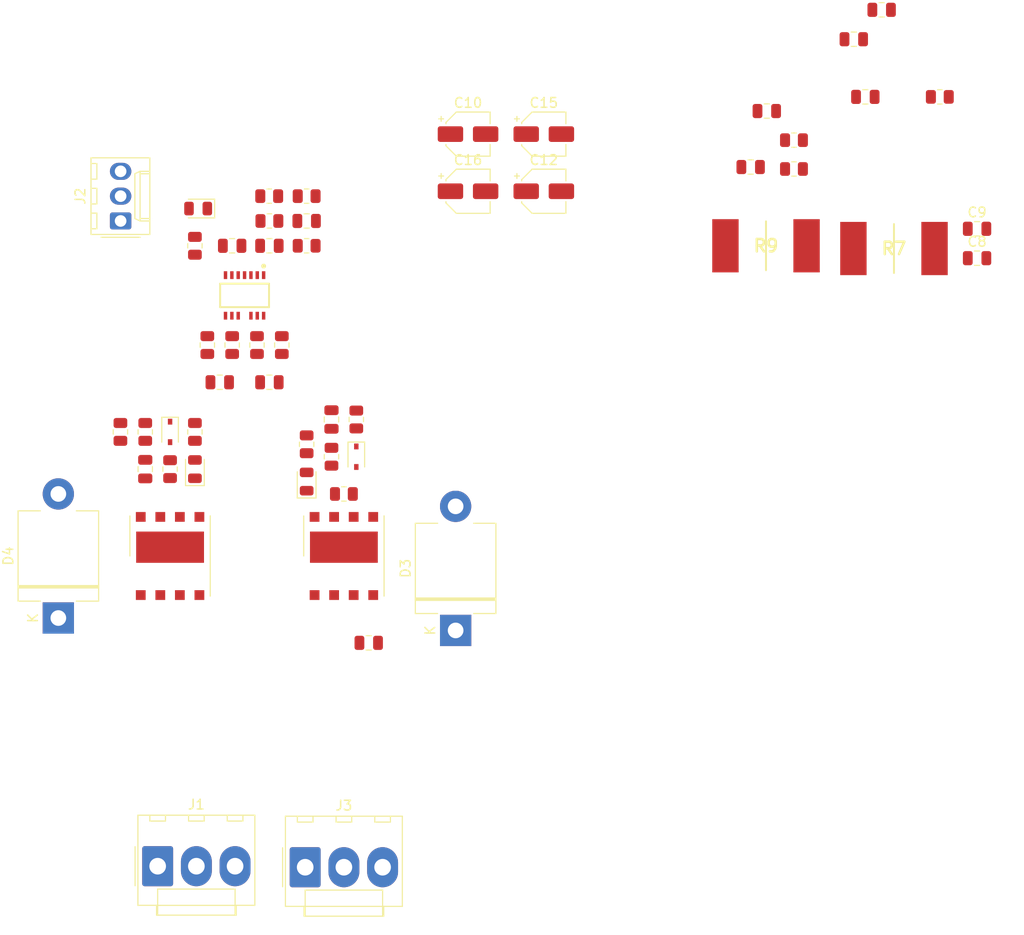
<source format=kicad_pcb>
(kicad_pcb (version 20211014) (generator pcbnew)
  (layers (0 "F.Cu" signal) (31 "B.Cu" signal) (34 "B.Paste" user) (35 "F.Paste" user) (36 "B.SilkS" user "B.Silkscreen") (37 "F.SilkS" user "F.Silkscreen") (38 "B.Mask" user) (39 "F.Mask" user) (44 "Edge.Cuts" user))
  (net 0 "")
  (net 1 "GND")
  (net 2 "+3.3V")
  (net 3 "GNDA")
  (net 4 "VCCA")
  (net 5 "GNDB")
  (net 6 "VCCB")
  (net 7 "/OUTA")
  (net 8 "Net-(C4-Pad2)")
  (net 9 "Net-(C5-Pad1)")
  (net 10 "Net-(C5-Pad2)")
  (net 11 "Net-(C10-Pad1)")
  (net 12 "Net-(C6-Pad2)")
  (net 13 "Net-(C7-Pad2)")
  (net 14 "Net-(C8-Pad2)")
  (net 15 "Net-(C10-Pad2)")
  (net 16 "/pwm1")
  (net 17 "/pwm2")
  (net 18 "/OUTAB")
  (net 19 "Net-(D1-Pad2)")
  (net 20 "Net-(D2-Pad2)")
  (net 21 "Net-(D5-Pad2)")
  (net 22 "Net-(D6-Pad2)")
  (net 23 "Net-(D7-Pad2)")
  (net 24 "Net-(FB1-Pad1)")
  (net 25 "Net-(FB2-Pad1)")
  (net 26 "Net-(FB3-Pad1)")
  (net 27 "Net-(D3-Pad2)")
  (net 28 "Net-(Q1-Pad8)")
  (net 29 "Net-(J2-Pad1)")
  (net 30 "Net-(J2-Pad3)")
  (net 32 "Net-(FB4-Pad1)")
  (net 33 "Net-(D3-Pad1)")
  (net 34 "Net-(D4-Pad2)")
  (footprint "Diode_THT:D_5KPW_P12.70mm_Horizontal" (layer "F.Cu") (at 55.88 101.6 90)
    (fp_text reference "D4" (at 6.35 -5.12 90) (layer "F.SilkS"))
    (fp_text value "D_Schottky")
    (fp_text user "K" (at 0 -2.6 90) (layer "F.SilkS"))
    (fp_line (start 10.97 -4.12) (end 10.97 -1.84) (layer "F.SilkS") (width 0.12))
    (fp_line (start 1.73 4.12) (end 10.97 4.12) (layer "F.SilkS") (width 0.12))
    (fp_line (start 10.97 4.12) (end 10.97 1.84) (layer "F.SilkS") (width 0.12))
    (fp_line (start 1.73 1.84) (end 1.73 4.12) (layer "F.SilkS") (width 0.12))
    (fp_line (start 1.73 -1.84) (end 1.73 -4.12) (layer "F.SilkS") (width 0.12))
    (fp_line (start 1.73 -4.12) (end 10.97 -4.12) (layer "F.SilkS") (width 0.12))
    (fp_line (start 3.32 -4.12) (end 3.32 4.12) (layer "F.SilkS") (width 0.12))
    (fp_line (start 3.08 -4.12) (end 3.08 4.12) (layer "F.SilkS") (width 0.12))
    (fp_line (start 3.2 -4.12) (end 3.2 4.12) (layer "F.SilkS") (width 0.12))
    (pad "1" thru_hole rect (at 0 0 90) (size 3.2 3.2) (drill 1.6) (layers *.Cu *.Mask) (net 27 "Net-(D3-Pad2)"))
    (pad "2" thru_hole oval (at 12.7 0 90) (size 3.2 3.2) (drill 1.6) (layers *.Cu *.Mask) (net 34 "Net-(D4-Pad2)"))
  )
  (footprint "Connector_Molex:Molex_KK-254_AE-6410-03A_1x03_P2.54mm_Vertical" (layer "F.Cu") (at 62.25 60.96 90)
    (fp_text reference "J2" (at 2.54 -4.12 90) (layer "F.SilkS"))
    (fp_text value "PWM")
    (fp_line (start 6.46 2.99) (end 6.46 -3.03) (layer "F.SilkS") (width 0.12))
    (fp_line (start 0.8 -2.43) (end 0.8 -3.03) (layer "F.SilkS") (width 0.12))
    (fp_line (start 5.88 -2.43) (end 5.88 -3.03) (layer "F.SilkS") (width 0.12))
    (fp_line (start 0.25 2.99) (end 0.25 1.99) (layer "F.SilkS") (width 0.12))
    (fp_line (start 3.34 -2.43) (end 3.34 -3.03) (layer "F.SilkS") (width 0.12))
    (fp_line (start 0 1.99) (end 0.25 1.46) (layer "F.SilkS") (width 0.12))
    (fp_line (start 0.25 1.46) (end 4.83 1.46) (layer "F.SilkS") (width 0.12))
    (fp_line (start 4.83 2.99) (end 4.83 1.99) (layer "F.SilkS") (width 0.12))
    (fp_line (start 4.28 -2.43) (end 5.88 -2.43) (layer "F.SilkS") (width 0.12))
    (fp_line (start 5.08 1.99) (end 5.08 2.99) (layer "F.SilkS") (width 0.12))
    (fp_line (start 6.46 -3.03) (end -1.38 -3.03) (layer "F.SilkS") (width 0.12))
    (fp_line (start 1.74 -3.03) (end 1.74 -2.43) (layer "F.SilkS") (width 0.12))
    (fp_line (start 4.83 1.46) (end 5.08 1.99) (layer "F.SilkS") (width 0.12))
    (fp_line (start 1.74 -2.43) (end 3.34 -2.43) (layer "F.SilkS") (width 0.12))
    (fp_line (start -1.38 -3.03) (end -1.38 2.99) (layer "F.SilkS") (width 0.12))
    (fp_line (start -0.8 -2.43) (end 0.8 -2.43) (layer "F.SilkS") (width 0.12))
    (fp_line (start -1.67 -2) (end -1.67 2) (layer "F.SilkS") (width 0.12))
    (fp_line (start 0 1.99) (end 5.08 1.99) (layer "F.SilkS") (width 0.12))
    (fp_line (start -0.8 -3.03) (end -0.8 -2.43) (layer "F.SilkS") (width 0.12))
    (fp_line (start 4.28 -3.03) (end 4.28 -2.43) (layer "F.SilkS") (width 0.12))
    (fp_line (start -1.38 2.99) (end 6.46 2.99) (layer "F.SilkS") (width 0.12))
    (fp_line (start 0 2.99) (end 0 1.99) (layer "F.SilkS") (width 0.12))
    (pad "1" thru_hole roundrect (at 0 0 90) (size 1.74 2.19) (drill 1.19) (layers *.Cu *.Mask) (roundrect_rratio 0.143678) (net 29 "Net-(J2-Pad1)"))
    (pad "2" thru_hole oval (at 2.54 0 90) (size 1.74 2.19) (drill 1.19) (layers *.Cu *.Mask) (net 1 "GND"))
    (pad "3" thru_hole oval (at 5.08 0 90) (size 1.74 2.19) (drill 1.19) (layers *.Cu *.Mask) (net 30 "Net-(J2-Pad3)"))
  )
  (footprint "footprint:RESC10052X50N" (layer "F.Cu") (at 141.36 63.78)
    (fp_text reference "R7" (at 0 0) (layer "F.SilkS") (effects (font (size 1.27 1.27) (thickness 0.254))))
    (fp_text value "WSLP3921L1000FEA" hide)
    (fp_line (start 0 -2.5) (end 0 2.5) (layer "F.SilkS") (width 0.2))
    (pad "1" smd rect (at -4.15 0) (size 2.7 5.45) (layers "F.Cu" "F.Paste" "F.Mask") (net 33 "Net-(D3-Pad1)"))
    (pad "2" smd rect (at 4.15 0) (size 2.7 5.45) (layers "F.Cu" "F.Paste" "F.Mask") (net 11 "Net-(C10-Pad1)"))
  )
  (footprint "Diode_SMD:D_SOD-323" (layer "F.Cu") (at 86.36 85.09 -90)
    (fp_text reference "D2" hide)
    (fp_text value "BAT165")
    (fp_line (start -1.5 0.85) (end 1.05 0.85) (layer "F.SilkS") (width 0.12))
    (fp_line (start -1.5 -0.85) (end -1.5 0.85) (layer "F.SilkS") (width 0.12))
    (fp_line (start -1.5 -0.85) (end 1.05 -0.85) (layer "F.SilkS") (width 0.12))
    (pad "1" smd rect (at -1.05 0 270) (size 0.6 0.45) (layers "F.Cu" "F.Paste" "F.Mask") (net 8 "Net-(C4-Pad2)"))
    (pad "2" smd rect (at 1.05 0 270) (size 0.6 0.45) (layers "F.Cu" "F.Paste" "F.Mask") (net 20 "Net-(D2-Pad2)"))
  )
  (footprint "Resistor_SMD:R_0805_2012Metric" (layer "F.Cu") (at 73.66 73.66 -90)
    (fp_text reference "FB4" hide)
    (fp_text value "fb")
    (fp_line (start -0.227064 0.735) (end 0.227064 0.735) (layer "F.SilkS") (width 0.12))
    (fp_line (start -0.227064 -0.735) (end 0.227064 -0.735) (layer "F.SilkS") (width 0.12))
    (pad "1" smd roundrect (at -0.9125 0 270) (size 1.025 1.4) (layers "F.Cu" "F.Paste" "F.Mask") (roundrect_rratio 0.243902) (net 32 "Net-(FB4-Pad1)"))
    (pad "2" smd roundrect (at 0.9125 0 270) (size 1.025 1.4) (layers "F.Cu" "F.Paste" "F.Mask") (roundrect_rratio 0.243902) (net 6 "VCCB"))
  )
  (footprint "footprint:TFLGA65P500X500X106-14_13N-V" (layer "F.Cu") (at 74.93 68.58 -90)
    (fp_text reference "U1" hide)
    (fp_text value "2EDF7275K")
    (fp_line (start -1.2 2.5) (end 1.2 2.5) (layer "F.SilkS") (width 0.2))
    (fp_line (start -1.2 -2.5) (end 1.2 -2.5) (layer "F.SilkS") (width 0.2))
    (fp_line (start -1.2 2.5) (end -1.2 -2.5) (layer "F.SilkS") (width 0.2))
    (fp_line (start 1.2 2.5) (end 1.2 -2.5) (layer "F.SilkS") (width 0.2))
    (fp_circle (center -3 -1.95) (end -2.875 -1.95) (layer "F.SilkS") (width 0.25) (fill none))
    (pad "1" smd rect locked (at -2.075 -1.95 270) (size 0.8 0.35) (layers "F.Cu" "F.Mask") (net 1 "GND"))
    (pad "2" smd rect locked (at -2.075 -1.3 270) (size 0.8 0.35) (layers "F.Cu" "F.Mask") (net 16 "/pwm1"))
    (pad "3" smd rect locked (at -2.075 -0.65 270) (size 0.8 0.35) (layers "F.Cu" "F.Mask") (net 17 "/pwm2"))
    (pad "4" smd rect locked (at -2.075 0 270) (size 0.8 0.35) (layers "F.Cu" "F.Mask") (net 1 "GND"))
    (pad "5" smd rect locked (at -2.075 0.65 270) (size 0.8 0.35) (layers "F.Cu" "F.Mask") (net 1 "GND"))
    (pad "6" smd rect locked (at -2.075 1.3 270) (size 0.8 0.35) (layers "F.Cu" "F.Mask"))
    (pad "7" smd rect locked (at -2.075 1.95 270) (size 0.8 0.35) (layers "F.Cu" "F.Mask") (net 2 "+3.3V"))
    (pad "8" smd rect locked (at 2.075 1.95 270) (size 0.8 0.35) (layers "F.Cu" "F.Mask") (net 24 "Net-(FB1-Pad1)"))
    (pad "9" smd rect locked (at 2.075 1.3 270) (size 0.8 0.35) (layers "F.Cu" "F.Mask") (net 18 "/OUTAB"))
    (pad "10" smd rect locked (at 2.075 0.65 270) (size 0.8 0.35) (layers "F.Cu" "F.Mask") (net 32 "Net-(FB4-Pad1)"))
    (pad "11" smd rect locked (at 2.075 -0.65 270) (size 0.8 0.35) (layers "F.Cu" "F.Mask") (net 25 "Net-(FB2-Pad1)"))
    (pad "12" smd rect locked (at 2.075 -1.3 270) (size 0.8 0.35) (layers "F.Cu" "F.Mask") (net 7 "/OUTA"))
    (pad "13" smd rect locked (at 2.075 -1.95 270) (size 0.8 0.35) (layers "F.Cu" "F.Mask") (net 26 "Net-(FB3-Pad1)"))
  )
  (footprint "Resistor_SMD:R_0805_2012Metric" (layer "F.Cu") (at 83.82 85.09 -90)
    (fp_text reference "R4" hide)
    (fp_text value "10")
    (fp_line (start -0.227064 0.735) (end 0.227064 0.735) (layer "F.SilkS") (width 0.12))
    (fp_line (start -0.227064 -0.735) (end 0.227064 -0.735) (layer "F.SilkS") (width 0.12))
    (pad "1" smd roundrect (at -0.9125 0 270) (size 1.025 1.4) (layers "F.Cu" "F.Paste" "F.Mask") (roundrect_rratio 0.243902) (net 8 "Net-(C4-Pad2)"))
    (pad "2" smd roundrect (at 0.9125 0 270) (size 1.025 1.4) (layers "F.Cu" "F.Paste" "F.Mask") (roundrect_rratio 0.243902) (net 28 "Net-(Q1-Pad8)"))
  )
  (footprint "Capacitor_SMD:C_0805_2012Metric" (layer "F.Cu") (at 73.66 63.5 180)
    (fp_text reference "C1" hide)
    (fp_text value "100nF")
    (fp_line (start -0.261252 -0.735) (end 0.261252 -0.735) (layer "F.SilkS") (width 0.12))
    (fp_line (start -0.261252 0.735) (end 0.261252 0.735) (layer "F.SilkS") (width 0.12))
    (pad "1" smd roundrect (at -0.95 0 180) (size 1 1.45) (layers "F.Cu" "F.Paste" "F.Mask") (net 1 "GND"))
    (pad "2" smd roundrect (at 0.95 0 180) (size 1 1.45) (layers "F.Cu" "F.Paste" "F.Mask") (net 2 "+3.3V"))
  )
  (footprint "Capacitor_SMD:C_0805_2012Metric" (layer "F.Cu") (at 138.43 48.26)
    (fp_text reference "C6" hide)
    (fp_text value "100nF/100V")
    (fp_line (start -0.261252 0.735) (end 0.261252 0.735) (layer "F.SilkS") (width 0.12))
    (fp_line (start -0.261252 -0.735) (end 0.261252 -0.735) (layer "F.SilkS") (width 0.12))
    (pad "1" smd roundrect (at -0.95 0) (size 1 1.45) (layers "F.Cu" "F.Paste" "F.Mask") (net 15 "Net-(C10-Pad2)"))
    (pad "2" smd roundrect (at 0.95 0) (size 1 1.45) (layers "F.Cu" "F.Paste" "F.Mask") (net 12 "Net-(C6-Pad2)"))
  )
  (footprint "Capacitor_SMD:C_0805_2012Metric" (layer "F.Cu") (at 77.47 77.47)
    (fp_text reference "C2" hide)
    (fp_text value "1uF")
    (fp_line (start -0.261252 0.735) (end 0.261252 0.735) (layer "F.SilkS") (width 0.12))
    (fp_line (start -0.261252 -0.735) (end 0.261252 -0.735) (layer "F.SilkS") (width 0.12))
    (pad "1" smd roundrect (at -0.95 0) (size 1 1.45) (layers "F.Cu" "F.Paste" "F.Mask") (net 3 "GNDA"))
    (pad "2" smd roundrect (at 0.95 0) (size 1 1.45) (layers "F.Cu" "F.Paste" "F.Mask") (net 4 "VCCA"))
  )
  (footprint "Capacitor_SMD:C_0805_2012Metric" (layer "F.Cu") (at 128.35 49.71)
    (fp_text reference "C7" hide)
    (fp_text value "100nF/100V")
    (fp_line (start -0.261252 -0.735) (end 0.261252 -0.735) (layer "F.SilkS") (width 0.12))
    (fp_line (start -0.261252 0.735) (end 0.261252 0.735) (layer "F.SilkS") (width 0.12))
    (pad "1" smd roundrect (at -0.95 0) (size 1 1.45) (layers "F.Cu" "F.Paste" "F.Mask") (net 15 "Net-(C10-Pad2)"))
    (pad "2" smd roundrect (at 0.95 0) (size 1 1.45) (layers "F.Cu" "F.Paste" "F.Mask") (net 13 "Net-(C7-Pad2)"))
  )
  (footprint "Resistor_SMD:R_0805_2012Metric" (layer "F.Cu") (at 71.12 73.66 -90)
    (fp_text reference "FB1" hide)
    (fp_text value "fb")
    (fp_line (start -0.227064 -0.735) (end 0.227064 -0.735) (layer "F.SilkS") (width 0.12))
    (fp_line (start -0.227064 0.735) (end 0.227064 0.735) (layer "F.SilkS") (width 0.12))
    (pad "1" smd roundrect (at -0.9125 0 270) (size 1.025 1.4) (layers "F.Cu" "F.Paste" "F.Mask") (roundrect_rratio 0.243902) (net 24 "Net-(FB1-Pad1)"))
    (pad "2" smd roundrect (at 0.9125 0 270) (size 1.025 1.4) (layers "F.Cu" "F.Paste" "F.Mask") (roundrect_rratio 0.243902) (net 5 "GNDB"))
  )
  (footprint "footprint:RESC10052X50N" (layer "F.Cu") (at 128.27 63.5)
    (fp_text reference "R9" (at 0 0) (layer "F.SilkS") (effects (font (size 1.27 1.27) (thickness 0.254))))
    (fp_text value "WSLP3921L1000FEA" hide)
    (fp_line (start 0 -2.5) (end 0 2.5) (layer "F.SilkS") (width 0.2))
    (pad "1" smd rect (at -4.15 0) (size 2.7 5.45) (layers "F.Cu" "F.Paste" "F.Mask") (net 34 "Net-(D4-Pad2)"))
    (pad "2" smd rect (at 4.15 0) (size 2.7 5.45) (layers "F.Cu" "F.Paste" "F.Mask") (net 15 "Net-(C10-Pad2)"))
  )
  (footprint "Resistor_SMD:R_0805_2012Metric" (layer "F.Cu") (at 69.85 63.5 -90)
    (fp_text reference "R10" hide)
    (fp_text value "4.7k")
    (fp_line (start -0.227064 -0.735) (end 0.227064 -0.735) (layer "F.SilkS") (width 0.12))
    (fp_line (start -0.227064 0.735) (end 0.227064 0.735) (layer "F.SilkS") (width 0.12))
    (pad "1" smd roundrect (at -0.9125 0 270) (size 1.025 1.4) (layers "F.Cu" "F.Paste" "F.Mask") (roundrect_rratio 0.243902) (net 21 "Net-(D5-Pad2)"))
    (pad "2" smd roundrect (at 0.9125 0 270) (size 1.025 1.4) (layers "F.Cu" "F.Paste" "F.Mask") (roundrect_rratio 0.243902) (net 2 "+3.3V"))
  )
  (footprint "LED_SMD:LED_0805_2012Metric" (layer "F.Cu") (at 69.85 86.36 90)
    (fp_text reference "D6" hide)
    (fp_text value "LED")
    (fp_line (start -1.685 -0.96) (end -1.685 0.96) (layer "F.SilkS") (width 0.12))
    (fp_line (start 1 -0.96) (end -1.685 -0.96) (layer "F.SilkS") (width 0.12))
    (fp_line (start -1.685 0.96) (end 1 0.96) (layer "F.SilkS") (width 0.12))
    (pad "1" smd roundrect (at -0.9375 0 90) (size 0.975 1.4) (layers "F.Cu" "F.Paste" "F.Mask") (net 5 "GNDB"))
    (pad "2" smd roundrect (at 0.9375 0 90) (size 0.975 1.4) (layers "F.Cu" "F.Paste" "F.Mask") (net 22 "Net-(D6-Pad2)"))
  )
  (footprint "Resistor_SMD:R_0805_2012Metric" (layer "F.Cu") (at 131.13 55.64)
    (fp_text reference "R7" hide)
    (fp_text value "10")
    (fp_line (start -0.227064 -0.735) (end 0.227064 -0.735) (layer "F.SilkS") (width 0.12))
    (fp_line (start -0.227064 0.735) (end 0.227064 0.735) (layer "F.SilkS") (width 0.12))
    (pad "1" smd roundrect (at -0.9125 0) (size 1.025 1.4) (layers "F.Cu" "F.Paste" "F.Mask") (roundrect_rratio 0.243902) (net 12 "Net-(C6-Pad2)"))
    (pad "2" smd roundrect (at 0.9125 0) (size 1.025 1.4) (layers "F.Cu" "F.Paste" "F.Mask") (roundrect_rratio 0.243902) (net 15 "Net-(C10-Pad2)"))
  )
  (footprint "Capacitor_SMD:C_0805_2012Metric" (layer "F.Cu") (at 137.25 42.36)
    (fp_text reference "C10" hide)
    (fp_text value "1uF/400-450V")
    (fp_line (start -0.261252 0.735) (end 0.261252 0.735) (layer "F.SilkS") (width 0.12))
    (fp_line (start -0.261252 -0.735) (end 0.261252 -0.735) (layer "F.SilkS") (width 0.12))
    (pad "1" smd roundrect (at -0.95 0) (size 1 1.45) (layers "F.Cu" "F.Paste" "F.Mask") (net 11 "Net-(C10-Pad1)"))
    (pad "2" smd roundrect (at 0.95 0) (size 1 1.45) (layers "F.Cu" "F.Paste" "F.Mask") (net 15 "Net-(C10-Pad2)"))
  )
  (footprint "Package_SON:Infineon_PG-LSON-8-1" (layer "F.Cu") (at 85.09 95.25 90)
    (fp_text reference "Q1" hide)
    (fp_text value "IGLD60R190D1")
    (fp_line (start -4.11 4.11) (end 4.11 4.11) (layer "F.SilkS") (width 0.12))
    (fp_line (start 0 -4.11) (end 4.1 -4.11) (layer "F.SilkS") (width 0.12))
    (pad "1" smd rect (at -4 -3 90) (size 1 1) (layers "F.Cu" "F.Paste" "F.Mask") (net 33 "Net-(D3-Pad1)"))
    (pad "2" smd rect (at -4 -1 90) (size 1 1) (layers "F.Cu" "F.Paste" "F.Mask") (net 33 "Net-(D3-Pad1)"))
    (pad "3" smd rect (at -4 1 90) (size 1 1) (layers "F.Cu" "F.Paste" "F.Mask") (net 33 "Net-(D3-Pad1)"))
    (pad "4" smd rect (at -4 3 90) (size 1 1) (layers "F.Cu" "F.Paste" "F.Mask") (net 33 "Net-(D3-Pad1)"))
    (pad "5" smd rect (at 4 3 90) (size 1 1) (layers "F.Cu" "F.Paste" "F.Mask") (net 27 "Net-(D3-Pad2)"))
    (pad "6" smd rect (at 4 1 90) (size 1 1) (layers "F.Cu" "F.Paste" "F.Mask") (net 27 "Net-(D3-Pad2)"))
    (pad "7" smd rect (at 4 -1 90) (size 1 1) (layers "F.Cu" "F.Paste" "F.Mask") (net 3 "GNDA"))
    (pad "8" smd rect (at 4 -3 90) (size 1 1) (layers "F.Cu" "F.Paste" "F.Mask") (net 28 "Net-(Q1-Pad8)"))
    (pad "9" smd rect (at 0.9 0 90) (size 3.2 6.94) (layers "F.Cu" "F.Mask") (net 27 "Net-(D3-Pad2)"))
  )
  (footprint "Capacitor_SMD:C_0805_2012Metric" (layer "F.Cu") (at 81.28 60.96 180)
    (fp_text reference "C13" hide)
    (fp_text value "100nF")
    (fp_line (start -0.261252 0.735) (end 0.261252 0.735) (layer "F.SilkS") (width 0.12))
    (fp_line (start -0.261252 -0.735) (end 0.261252 -0.735) (layer "F.SilkS") (width 0.12))
    (pad "1" smd roundrect (at -0.95 0 180) (size 1 1.45) (layers "F.Cu" "F.Paste" "F.Mask") (net 1 "GND"))
    (pad "2" smd roundrect (at 0.95 0 180) (size 1 1.45) (layers "F.Cu" "F.Paste" "F.Mask") (net 16 "/pwm1"))
  )
  (footprint "Resistor_SMD:R_0805_2012Metric" (layer "F.Cu") (at 131.13 52.69)
    (fp_text reference "R8" hide)
    (fp_text value "10")
    (fp_line (start -0.227064 0.735) (end 0.227064 0.735) (layer "F.SilkS") (width 0.12))
    (fp_line (start -0.227064 -0.735) (end 0.227064 -0.735) (layer "F.SilkS") (width 0.12))
    (pad "1" smd roundrect (at -0.9125 0) (size 1.025 1.4) (layers "F.Cu" "F.Paste" "F.Mask") (roundrect_rratio 0.243902) (net 13 "Net-(C7-Pad2)"))
    (pad "2" smd roundrect (at 0.9125 0) (size 1.025 1.4) (layers "F.Cu" "F.Paste" "F.Mask") (roundrect_rratio 0.243902) (net 15 "Net-(C10-Pad2)"))
  )
  (footprint "Resistor_SMD:R_0805_2012Metric" (layer "F.Cu") (at 146.05 48.26)
    (fp_text reference "R9" hide)
    (fp_text value "10")
    (fp_line (start -0.227064 0.735) (end 0.227064 0.735) (layer "F.SilkS") (width 0.12))
    (fp_line (start -0.227064 -0.735) (end 0.227064 -0.735) (layer "F.SilkS") (width 0.12))
    (pad "1" smd roundrect (at -0.9125 0) (size 1.025 1.4) (layers "F.Cu" "F.Paste" "F.Mask") (roundrect_rratio 0.243902) (net 14 "Net-(C8-Pad2)"))
    (pad "2" smd roundrect (at 0.9125 0) (size 1.025 1.4) (layers "F.Cu" "F.Paste" "F.Mask") (roundrect_rratio 0.243902) (net 15 "Net-(C10-Pad2)"))
  )
  (footprint "Resistor_SMD:R_0805_2012Metric" (layer "F.Cu") (at 77.45 58.42)
    (fp_text reference "R14" hide)
    (fp_text value "100")
    (fp_line (start -0.227064 0.735) (end 0.227064 0.735) (layer "F.SilkS") (width 0.12))
    (fp_line (start -0.227064 -0.735) (end 0.227064 -0.735) (layer "F.SilkS") (width 0.12))
    (pad "1" smd roundrect (at -0.9125 0) (size 1.025 1.4) (layers "F.Cu" "F.Paste" "F.Mask") (roundrect_rratio 0.243902) (net 30 "Net-(J2-Pad3)"))
    (pad "2" smd roundrect (at 0.9125 0) (size 1.025 1.4) (layers "F.Cu" "F.Paste" "F.Mask") (roundrect_rratio 0.243902) (net 17 "/pwm2"))
  )
  (footprint "Capacitor_SMD:C_0805_2012Metric" (layer "F.Cu") (at 140.1 39.35)
    (fp_text reference "C11" hide)
    (fp_text value "1uF/400-450V")
    (fp_line (start -0.261252 -0.735) (end 0.261252 -0.735) (layer "F.SilkS") (width 0.12))
    (fp_line (start -0.261252 0.735) (end 0.261252 0.735) (layer "F.SilkS") (width 0.12))
    (pad "1" smd roundrect (at -0.95 0) (size 1 1.45) (layers "F.Cu" "F.Paste" "F.Mask") (net 11 "Net-(C10-Pad1)"))
    (pad "2" smd roundrect (at 0.95 0) (size 1 1.45) (layers "F.Cu" "F.Paste" "F.Mask") (net 15 "Net-(C10-Pad2)"))
  )
  (footprint "Capacitor_SMD:CP_Elec_4x5.8" (layer "F.Cu") (at 105.54 52.07)
    (fp_text reference "C15" (at 0 -3.2) (layer "F.SilkS"))
    (fp_text value "10uF/35V")
    (fp_line (start -1.195563 2.26) (end 2.26 2.26) (layer "F.SilkS") (width 0.12))
    (fp_line (start -2.26 -1.195563) (end -1.195563 -2.26) (layer "F.SilkS") (width 0.12))
    (fp_line (start 2.26 -2.26) (end 2.26 -1.06) (layer "F.SilkS") (width 0.12))
    (fp_line (start -1.195563 -2.26) (end 2.26 -2.26) (layer "F.SilkS") (width 0.12))
    (fp_line (start -2.26 1.195563) (end -2.26 1.06) (layer "F.SilkS") (width 0.12))
    (fp_line (start -2.26 1.195563) (end -1.195563 2.26) (layer "F.SilkS") (width 0.12))
    (fp_line (start 2.26 2.26) (end 2.26 1.06) (layer "F.SilkS") (width 0.12))
    (fp_line (start -2.26 -1.195563) (end -2.26 -1.06) (layer "F.SilkS") (width 0.12))
    (fp_line (start -2.75 -1.81) (end -2.75 -1.31) (layer "F.SilkS") (width 0.12))
    (fp_line (start -3 -1.56) (end -2.5 -1.56) (layer "F.SilkS") (width 0.12))
    (pad "1" smd roundrect (at -1.8 0) (size 2.6 1.6) (layers "F.Cu" "F.Paste" "F.Mask") (roundrect_rratio 0.15625) (net 4 "VCCA"))
    (pad "2" smd roundrect (at 1.8 0) (size 2.6 1.6) (layers "F.Cu" "F.Paste" "F.Mask") (roundrect_rratio 0.15625) (net 3 "GNDA"))
  )
  (footprint "Capacitor_SMD:C_0805_2012Metric" (layer "F.Cu") (at 87.63 104.14)
    (fp_text reference "C9" hide)
    (fp_text value "1uF/400-450V")
    (fp_line (start -0.261252 0.735) (end 0.261252 0.735) (layer "F.SilkS") (width 0.12))
    (fp_line (start -0.261252 -0.735) (end 0.261252 -0.735) (layer "F.SilkS") (width 0.12))
    (pad "1" smd roundrect (at -0.95 0) (size 1 1.45) (layers "F.Cu" "F.Paste" "F.Mask") (net 11 "Net-(C10-Pad1)"))
    (pad "2" smd roundrect (at 0.95 0) (size 1 1.45) (layers "F.Cu" "F.Paste" "F.Mask") (net 15 "Net-(C10-Pad2)"))
  )
  (footprint "Resistor_SMD:R_0805_2012Metric" (layer "F.Cu") (at 85.09 88.9 180)
    (fp_text reference "R6" hide)
    (fp_text value "5.1")
    (fp_line (start -0.227064 -0.735) (end 0.227064 -0.735) (layer "F.SilkS") (width 0.12))
    (fp_line (start -0.227064 0.735) (end 0.227064 0.735) (layer "F.SilkS") (width 0.12))
    (pad "1" smd roundrect (at -0.9125 0 180) (size 1.025 1.4) (layers "F.Cu" "F.Paste" "F.Mask") (roundrect_rratio 0.243902) (net 20 "Net-(D2-Pad2)"))
    (pad "2" smd roundrect (at 0.9125 0 180) (size 1.025 1.4) (layers "F.Cu" "F.Paste" "F.Mask") (roundrect_rratio 0.243902) (net 28 "Net-(Q1-Pad8)"))
  )
  (footprint "Resistor_SMD:R_0805_2012Metric" (layer "F.Cu") (at 86.36 81.28 -90)
    (fp_text reference "R1" hide)
    (fp_text value "470")
    (fp_line (start -0.227064 0.735) (end 0.227064 0.735) (layer "F.SilkS") (width 0.12))
    (fp_line (start -0.227064 -0.735) (end 0.227064 -0.735) (layer "F.SilkS") (width 0.12))
    (pad "1" smd roundrect (at -0.9125 0 270) (size 1.025 1.4) (layers "F.Cu" "F.Paste" "F.Mask") (roundrect_rratio 0.243902) (net 7 "/OUTA"))
    (pad "2" smd roundrect (at 0.9125 0 270) (size 1.025 1.4) (layers "F.Cu" "F.Paste" "F.Mask") (roundrect_rratio 0.243902) (net 28 "Net-(Q1-Pad8)"))
  )
  (footprint "Capacitor_SMD:C_0805_2012Metric" (layer "F.Cu") (at 83.82 81.28 -90)
    (fp_text reference "C4" hide)
    (fp_text value "2.2nF")
    (fp_line (start -0.261252 0.735) (end 0.261252 0.735) (layer "F.SilkS") (width 0.12))
    (fp_line (start -0.261252 -0.735) (end 0.261252 -0.735) (layer "F.SilkS") (width 0.12))
    (pad "1" smd roundrect (at -0.95 0 270) (size 1 1.45) (layers "F.Cu" "F.Paste" "F.Mask") (net 7 "/OUTA"))
    (pad "2" smd roundrect (at 0.95 0 270) (size 1 1.45) (layers "F.Cu" "F.Paste" "F.Mask") (net 8 "Net-(C4-Pad2)"))
  )
  (footprint "LED_SMD:LED_0805_2012Metric" (layer "F.Cu") (at 70.1825 59.69 180)
    (fp_text reference "D5" hide)
    (fp_text value "LED")
    (fp_line (start -1.685 -0.96) (end -1.685 0.96) (layer "F.SilkS") (width 0.12))
    (fp_line (start 1 -0.96) (end -1.685 -0.96) (layer "F.SilkS") (width 0.12))
    (fp_line (start -1.685 0.96) (end 1 0.96) (layer "F.SilkS") (width 0.12))
    (pad "1" smd roundrect (at -0.9375 0 180) (size 0.975 1.4) (layers "F.Cu" "F.Paste" "F.Mask") (net 1 "GND"))
    (pad "2" smd roundrect (at 0.9375 0 180) (size 0.975 1.4) (layers "F.Cu" "F.Paste" "F.Mask") (net 21 "Net-(D5-Pad2)"))
  )
  (footprint "Capacitor_SMD:CP_Elec_4x5.8" (layer "F.Cu") (at 105.54 57.92)
    (fp_text reference "C12" (at 0 -3.2) (layer "F.SilkS"))
    (fp_text value "100uF/250V")
    (fp_line (start -2.26 -1.195563) (end -2.26 -1.06) (layer "F.SilkS") (width 0.12))
    (fp_line (start -2.75 -1.81) (end -2.75 -1.31) (layer "F.SilkS") (width 0.12))
    (fp_line (start -1.195563 -2.26) (end 2.26 -2.26) (layer "F.SilkS") (width 0.12))
    (fp_line (start -2.26 1.195563) (end -2.26 1.06) (layer "F.SilkS") (width 0.12))
    (fp_line (start -2.26 1.195563) (end -1.195563 2.26) (layer "F.SilkS") (width 0.12))
    (fp_line (start 2.26 2.26) (end 2.26 1.06) (layer "F.SilkS") (width 0.12))
    (fp_line (start -1.195563 2.26) (end 2.26 2.26) (layer "F.SilkS") (width 0.12))
    (fp_line (start -3 -1.56) (end -2.5 -1.56) (layer "F.SilkS") (width 0.12))
    (fp_line (start 2.26 -2.26) (end 2.26 -1.06) (layer "F.SilkS") (width 0.12))
    (fp_line (start -2.26 -1.195563) (end -1.195563 -2.26) (layer "F.SilkS") (width 0.12))
    (pad "1" smd roundrect (at -1.8 0) (size 2.6 1.6) (layers "F.Cu" "F.Paste" "F.Mask") (roundrect_rratio 0.15625) (net 11 "Net-(C10-Pad1)"))
    (pad "2" smd roundrect (at 1.8 0) (size 2.6 1.6) (layers "F.Cu" "F.Paste" "F.Mask") (roundrect_rratio 0.15625) (net 15 "Net-(C10-Pad2)"))
  )
  (footprint "Resistor_SMD:R_0805_2012Metric" (layer "F.Cu") (at 62.23 82.55 -90)
    (fp_text reference "R3" hide)
    (fp_text value "470")
    (fp_line (start -0.227064 -0.735) (end 0.227064 -0.735) (layer "F.SilkS") (width 0.12))
    (fp_line (start -0.227064 0.735) (end 0.227064 0.735) (layer "F.SilkS") (width 0.12))
    (pad "1" smd roundrect (at -0.9125 0 270) (size 1.025 1.4) (layers "F.Cu" "F.Paste" "F.Mask") (roundrect_rratio 0.243902) (net 18 "/OUTAB"))
    (pad "2" smd roundrect (at 0.9125 0 270) (size 1.025 1.4) (layers "F.Cu" "F.Paste" "F.Mask") (roundrect_rratio 0.243902) (net 10 "Net-(C5-Pad2)"))
  )
  (footprint "Resistor_SMD:R_0805_2012Metric" (layer "F.Cu") (at 76.2 73.66 -90)
    (fp_text reference "FB2" hide)
    (fp_text value "fb")
    (fp_line (start -0.227064 -0.735) (end 0.227064 -0.735) (layer "F.SilkS") (width 0.12))
    (fp_line (start -0.227064 0.735) (end 0.227064 0.735) (layer "F.SilkS") (width 0.12))
    (pad "1" smd roundrect (at -0.9125 0 270) (size 1.025 1.4) (layers "F.Cu" "F.Paste" "F.Mask") (roundrect_rratio 0.243902) (net 25 "Net-(FB2-Pad1)"))
    (pad "2" smd roundrect (at 0.9125 0 270) (size 1.025 1.4) (layers "F.Cu" "F.Paste" "F.Mask") (roundrect_rratio 0.243902) (net 3 "GNDA"))
  )
  (footprint "Capacitor_SMD:C_0805_2012Metric" (layer "F.Cu") (at 72.39 77.47)
    (fp_text reference "C3" hide)
    (fp_text value "1uF")
    (fp_line (start -0.261252 0.735) (end 0.261252 0.735) (layer "F.SilkS") (width 0.12))
    (fp_line (start -0.261252 -0.735) (end 0.261252 -0.735) (layer "F.SilkS") (width 0.12))
    (pad "1" smd roundrect (at -0.95 0) (size 1 1.45) (layers "F.Cu" "F.Paste" "F.Mask") (net 5 "GNDB"))
    (pad "2" smd roundrect (at 0.95 0) (size 1 1.45) (layers "F.Cu" "F.Paste" "F.Mask") (net 6 "VCCB"))
  )
  (footprint "Capacitor_SMD:C_0805_2012Metric" (layer "F.Cu") (at 126.7 55.44)
    (fp_text reference "C8" hide)
    (fp_text value "10nF")
    (fp_line (start -0.261252 -0.735) (end 0.261252 -0.735) (layer "F.SilkS") (width 0.12))
    (fp_line (start -0.261252 0.735) (end 0.261252 0.735) (layer "F.SilkS") (width 0.12))
    (pad "1" smd roundrect (at -0.95 0) (size 1 1.45) (layers "F.Cu" "F.Paste" "F.Mask") (net 11 "Net-(C10-Pad1)"))
    (pad "2" smd roundrect (at 0.95 0) (size 1 1.45) (layers "F.Cu" "F.Paste" "F.Mask") (net 14 "Net-(C8-Pad2)"))
  )
  (footprint "Resistor_SMD:R_0805_2012Metric" (layer "F.Cu") (at 81.28 83.82 90)
    (fp_text reference "R12" hide)
    (fp_text value "4.7k")
    (fp_line (start -0.227064 0.735) (end 0.227064 0.735) (layer "F.SilkS") (width 0.12))
    (fp_line (start -0.227064 -0.735) (end 0.227064 -0.735) (layer "F.SilkS") (width 0.12))
    (pad "1" smd roundrect (at -0.9125 0 90) (size 1.025 1.4) (layers "F.Cu" "F.Paste" "F.Mask") (roundrect_rratio 0.243902) (net 23 "Net-(D7-Pad2)"))
    (pad "2" smd roundrect (at 0.9125 0 90) (size 1.025 1.4) (layers "F.Cu" "F.Paste" "F.Mask") (roundrect_rratio 0.243902) (net 4 "VCCA"))
  )
  (footprint "Resistor_SMD:R_0805_2012Metric" (layer "F.Cu") (at 77.47 60.96)
    (fp_text reference "R16" hide)
    (fp_text value "10k")
    (fp_line (start -0.227064 -0.735) (end 0.227064 -0.735) (layer "F.SilkS") (width 0.12))
    (fp_line (start -0.227064 0.735) (end 0.227064 0.735) (layer "F.SilkS") (width 0.12))
    (pad "1" smd roundrect (at -0.9125 0) (size 1.025 1.4) (layers "F.Cu" "F.Paste" "F.Mask") (roundrect_rratio 0.243902) (net 17 "/pwm2"))
    (pad "2" smd roundrect (at 0.9125 0) (size 1.025 1.4) (layers "F.Cu" "F.Paste" "F.Mask") (roundrect_rratio 0.243902) (net 1 "GND"))
  )
  (footprint "Package_SON:Infineon_PG-LSON-8-1" (layer "F.Cu") (at 67.31 95.25 90)
    (fp_text reference "Q2" hide)
    (fp_text value "IGLD60R190D1")
    (fp_line (start 0 -4.11) (end 4.1 -4.11) (layer "F.SilkS") (width 0.12))
    (fp_line (start -4.11 4.11) (end 4.11 4.11) (layer "F.SilkS") (width 0.12))
    (pad "1" smd rect (at -4 -3 90) (size 1 1) (layers "F.Cu" "F.Paste" "F.Mask") (net 27 "Net-(D3-Pad2)"))
    (pad "2" smd rect (at -4 -1 90) (size 1 1) (layers "F.Cu" "F.Paste" "F.Mask") (net 27 "Net-(D3-Pad2)"))
    (pad "3" smd rect (at -4 1 90) (size 1 1) (layers "F.Cu" "F.Paste" "F.Mask") (net 27 "Net-(D3-Pad2)"))
    (pad "4" smd rect (at -4 3 90) (size 1 1) (layers "F.Cu" "F.Paste" "F.Mask") (net 27 "Net-(D3-Pad2)"))
    (pad "5" smd rect (at 4 3 90) (size 1 1) (layers "F.Cu" "F.Paste" "F.Mask") (net 34 "Net-(D4-Pad2)"))
    (pad "6" smd rect (at 4 1 90) (size 1 1) (layers "F.Cu" "F.Paste" "F.Mask") (net 34 "Net-(D4-Pad2)"))
    (pad "7" smd rect (at 4 -1 90) (size 1 1) (layers "F.Cu" "F.Paste" "F.Mask") (net 5 "GNDB"))
    (pad "8" smd rect (at 4 -3 90) (size 1 1) (layers "F.Cu" "F.Paste" "F.Mask") (net 10 "Net-(C5-Pad2)"))
    (pad "9" smd rect (at 0.9 0 90) (size 3.2 6.94) (layers "F.Cu" "F.Mask") (net 34 "Net-(D4-Pad2)"))
  )
  (footprint "Capacitor_SMD:C_0805_2012Metric" (layer "F.Cu") (at 149.86 64.77)
    (fp_text reference "C8" (at 0 -1.68) (layer "F.SilkS"))
    (fp_text value "100nF/100V")
    (fp_line (start -0.261252 -0.735) (end 0.261252 -0.735) (layer "F.SilkS") (width 0.12))
    (fp_line (start -0.261252 0.735) (end 0.261252 0.735) (layer "F.SilkS") (width 0.12))
    (pad "1" smd roundrect (at -0.95 0) (size 1 1.45) (layers "F.Cu" "F.Paste" "F.Mask") (net 12 "Net-(C6-Pad2)"))
    (pad "2" smd roundrect (at 0.95 0) (size 1 1.45) (layers "F.Cu" "F.Paste" "F.Mask") (net 11 "Net-(C10-Pad1)"))
  )
  (footprint "Connector_Molex:Molex_KK-396_A-41791-0003_1x03_P3.96mm_Vertical" (layer "F.Cu") (at 81.13 127.105)
    (fp_text reference "J3" (at 3.96 -6.31) (layer "F.SilkS"))
    (fp_text value "HVDC2")
    (fp_line (start 0 2.34) (end 7.92 2.34) (layer "F.SilkS") (width 0.12))
    (fp_line (start -0.115 4.005) (end -2.02 4.005) (layer "F.SilkS") (width 0.12))
    (fp_line (start 8.035 5.01) (end -0.115 5.01) (layer "F.SilkS") (width 0.12))
    (fp_line (start 3.16 -4.62) (end 4.76 -4.62) (layer "F.SilkS") (width 0.12))
    (fp_line (start 0 5.01) (end 0 4.01) (layer "F.SilkS") (width 0.12))
    (fp_line (start 7.92 2.34) (end 7.92 4.01) (layer "F.SilkS") (width 0.12))
    (fp_line (start 0.8 -4.62) (end 0.8 -5.22) (layer "F.SilkS") (width 0.12))
    (fp_line (start 7.92 4.01) (end 7.92 5.01) (layer "F.SilkS") (width 0.12))
    (fp_line (start -0.8 -5.22) (end -0.8 -4.62) (layer "F.SilkS") (width 0.12))
    (fp_line (start 8.035 4.005) (end 8.035 5.01) (layer "F.SilkS") (width 0.12))
    (fp_line (start -0.115 5.01) (end -0.115 4.005) (layer "F.SilkS") (width 0.12))
    (fp_line (start 8.72 -4.62) (end 8.72 -5.22) (layer "F.SilkS") (width 0.12))
    (fp_line (start 9.94 -5.22) (end 9.94 4.005) (layer "F.SilkS") (width 0.12))
    (fp_line (start 7.12 -4.62) (end 8.72 -4.62) (layer "F.SilkS") (width 0.12))
    (fp_line (start 9.94 4.005) (end 8.035 4.005) (layer "F.SilkS") (width 0.12))
    (fp_line (start -2.31 -2) (end -2.31 2) (layer "F.SilkS") (width 0.12))
    (fp_line (start 7.12 -5.22) (end 7.12 -4.62) (layer "F.SilkS") (width 0.12))
    (fp_line (start -2.02 -5.22) (end 9.94 -5.22) (layer "F.SilkS") (width 0.12))
    (fp_line (start -2.02 4.005) (end -2.02 -5.22) (layer "F.SilkS") (width 0.12))
    (fp_line (start -0.8 -4.62) (end 0.8 -4.62) (layer "F.SilkS") (width 0.12))
    (fp_line (start 3.16 -5.22) (end 3.16 -4.62) (layer "F.SilkS") (width 0.12))
    (fp_line (start 0 4.01) (end 0 2.34) (layer "F.SilkS") (width 0.12))
    (fp_line (start 4.76 -4.62) (end 4.76 -5.22) (layer "F.SilkS") (width 0.12))
    (fp_line (start 0 4.01) (end 7.92 4.01) (layer "F.SilkS") (width 0.12))
    (pad "1" thru_hole roundrect (at 0 0) (size 3.16 4.1) (drill 1.7) (layers *.Cu *.Mask) (roundrect_rratio 0.079114) (net 27 "Net-(D3-Pad2)"))
    (pad "2" thru_hole oval (at 3.96 0) (size 3.16 4.1) (drill 1.7) (layers *.Cu *.Mask) (net 15 "Net-(C10-Pad2)"))
    (pad "3" thru_hole oval (at 7.92 0) (size 3.16 4.1) (drill 1.7) (layers *.Cu *.Mask) (net 11 "Net-(C10-Pad1)"))
  )
  (footprint "Resistor_SMD:R_0805_2012Metric" (layer "F.Cu") (at 81.28 63.5)
    (fp_text reference "R13" hide)
    (fp_text value "100")
    (fp_line (start -0.227064 0.735) (end 0.227064 0.735) (layer "F.SilkS") (width 0.12))
    (fp_line (start -0.227064 -0.735) (end 0.227064 -0.735) (layer "F.SilkS") (width 0.12))
    (pad "1" smd roundrect (at -0.9125 0) (size 1.025 1.4) (layers "F.Cu" "F.Paste" "F.Mask") (roundrect_rratio 0.243902) (net 29 "Net-(J2-Pad1)"))
    (pad "2" smd roundrect (at 0.9125 0) (size 1.025 1.4) (layers "F.Cu" "F.Paste" "F.Mask") (roundrect_rratio 0.243902) (net 16 "/pwm1"))
  )
  (footprint "Resistor_SMD:R_0805_2012Metric" (layer "F.Cu") (at 69.85 82.55 90)
    (fp_text reference "R11" hide)
    (fp_text value "4.7k")
    (fp_line (start -0.227064 -0.735) (end 0.227064 -0.735) (layer "F.SilkS") (width 0.12))
    (fp_line (start -0.227064 0.735) (end 0.227064 0.735) (layer "F.SilkS") (width 0.12))
    (pad "1" smd roundrect (at -0.9125 0 90) (size 1.025 1.4) (layers "F.Cu" "F.Paste" "F.Mask") (roundrect_rratio 0.243902) (net 22 "Net-(D6-Pad2)"))
    (pad "2" smd roundrect (at 0.9125 0 90) (size 1.025 1.4) (layers "F.Cu" "F.Paste" "F.Mask") (roundrect_rratio 0.243902) (net 6 "VCCB"))
  )
  (footprint "Capacitor_SMD:C_0805_2012Metric" (layer "F.Cu") (at 77.47 63.5)
    (fp_text reference "C14" hide)
    (fp_text value "100nF")
    (fp_line (start -0.261252 -0.735) (end 0.261252 -0.735) (layer "F.SilkS") (width 0.12))
    (fp_line (start -0.261252 0.735) (end 0.261252 0.735) (layer "F.SilkS") (width 0.12))
    (pad "1" smd roundrect (at -0.95 0) (size 1 1.45) (layers "F.Cu" "F.Paste" "F.Mask") (net 1 "GND"))
    (pad "2" smd roundrect (at 0.95 0) (size 1 1.45) (layers "F.Cu" "F.Paste" "F.Mask") (net 17 "/pwm2"))
  )
  (footprint "Capacitor_SMD:CP_Elec_4x5.8" (layer "F.Cu") (at 97.79 57.92)
    (fp_text reference "C16" (at 0 -3.2) (layer "F.SilkS"))
    (fp_text value "10uF/35V")
    (fp_line (start -2.26 -1.195563) (end -1.195563 -2.26) (layer "F.SilkS") (width 0.12))
    (fp_line (start -2.26 1.195563) (end -1.195563 2.26) (layer "F.SilkS") (width 0.12))
    (fp_line (start -2.26 -1.195563) (end -2.26 -1.06) (layer "F.SilkS") (width 0.12))
    (fp_line (start 2.26 -2.26) (end 2.26 -1.06) (layer "F.SilkS") (width 0.12))
    (fp_line (start -1.195563 -2.26) (end 2.26 -2.26) (layer "F.SilkS") (width 0.12))
    (fp_line (start -3 -1.56) (end -2.5 -1.56) (layer "F.SilkS") (width 0.12))
    (fp_line (start 2.26 2.26) (end 2.26 1.06) (layer "F.SilkS") (width 0.12))
    (fp_line (start -2.26 1.195563) (end -2.26 1.06) (layer "F.SilkS") (width 0.12))
    (fp_line (start -1.195563 2.26) (end 2.26 2.26) (layer "F.SilkS") (width 0.12))
    (fp_line (start -2.75 -1.81) (end -2.75 -1.31) (layer "F.SilkS") (width 0.12))
    (pad "1" smd roundrect (at -1.8 0) (size 2.6 1.6) (layers "F.Cu" "F.Paste" "F.Mask") (roundrect_rratio 0.15625) (net 6 "VCCB"))
    (pad "2" smd roundrect (at 1.8 0) (size 2.6 1.6) (layers "F.Cu" "F.Paste" "F.Mask") (roundrect_rratio 0.15625) (net 5 "GNDB"))
  )
  (footprint "Capacitor_SMD:CP_Elec_4x5.8" (layer "F.Cu") (at 97.79 52.07)
    (fp_text reference "C10" (at 0 -3.2) (layer "F.SilkS"))
    (fp_text value "100uF/250V")
    (fp_line (start -2.26 -1.195563) (end -2.26 -1.06) (layer "F.SilkS") (width 0.12))
    (fp_line (start -3 -1.56) (end -2.5 -1.56) (layer "F.SilkS") (width 0.12))
    (fp_line (start -2.75 -1.81) (end -2.75 -1.31) (layer "F.SilkS") (width 0.12))
    (fp_line (start 2.26 2.26) (end 2.26 1.06) (layer "F.SilkS") (width 0.12))
    (fp_line (start -1.195563 -2.26) (end 2.26 -2.26) (layer "F.SilkS") (width 0.12))
    (fp_line (start 2.26 -2.26) (end 2.26 -1.06) (layer "F.SilkS") (width 0.12))
    (fp_line (start -2.26 1.195563) (end -1.195563 2.26) (layer "F.SilkS") (width 0.12))
    (fp_line (start -2.26 -1.195563) (end -1.195563 -2.26) (layer "F.SilkS") (width 0.12))
    (fp_line (start -2.26 1.195563) (end -2.26 1.06) (layer "F.SilkS") (width 0.12))
    (fp_line (start -1.195563 2.26) (end 2.26 2.26) (layer "F.SilkS") (width 0.12))
    (pad "1" smd roundrect (at -1.8 0) (size 2.6 1.6) (layers "F.Cu" "F.Paste" "F.Mask") (roundrect_rratio 0.15625) (net 11 "Net-(C10-Pad1)"))
    (pad "2" smd roundrect (at 1.8 0) (size 2.6 1.6) (layers "F.Cu" "F.Paste" "F.Mask") (roundrect_rratio 0.15625) (net 15 "Net-(C10-Pad2)"))
  )
  (footprint "Resistor_SMD:R_0805_2012Metric" (layer "F.Cu") (at 64.77 82.55 -90)
    (fp_text reference "R2" hide)
    (fp_text value "10")
    (fp_line (start -0.227064 -0.735) (end 0.227064 -0.735) (layer "F.SilkS") (width 0.12))
    (fp_line (start -0.227064 0.735) (end 0.227064 0.735) (layer "F.SilkS") (width 0.12))
    (pad "1" smd roundrect (at -0.9125 0 270) (size 1.025 1.4) (layers "F.Cu" "F.Paste" "F.Mask") (roundrect_rratio 0.243902) (net 18 "/OUTAB"))
    (pad "2" smd roundrect (at 0.9125 0 270) (size 1.025 1.4) (layers "F.Cu" "F.Paste" "F.Mask") (roundrect_rratio 0.243902) (net 9 "Net-(C5-Pad1)"))
  )
  (footprint "Resistor_SMD:R_0805_2012Metric" (layer "F.Cu") (at 78.74 73.66 -90)
    (fp_text reference "FB3" hide)
    (fp_text value "fb")
    (fp_line (start -0.227064 -0.735) (end 0.227064 -0.735) (layer "F.SilkS") (width 0.12))
    (fp_line (start -0.227064 0.735) (end 0.227064 0.735) (layer "F.SilkS") (width 0.12))
    (pad "1" smd roundrect (at -0.9125 0 270) (size 1.025 1.4) (layers "F.Cu" "F.Paste" "F.Mask") (roundrect_rratio 0.243902) (net 26 "Net-(FB3-Pad1)"))
    (pad "2" smd roundrect (at 0.9125 0 270) (size 1.025 1.4) (layers "F.Cu" "F.Paste" "F.Mask") (roundrect_rratio 0.243902) (net 4 "VCCA"))
  )
  (footprint "Resistor_SMD:R_0805_2012Metric" (layer "F.Cu") (at 81.28 58.42)
    (fp_text reference "R15" hide)
    (fp_text value "10k")
    (fp_line (start -0.227064 0.735) (end 0.227064 0.735) (layer "F.SilkS") (width 0.12))
    (fp_line (start -0.227064 -0.735) (end 0.227064 -0.735) (layer "F.SilkS") (width 0.12))
    (pad "1" smd roundrect (at -0.9125 0) (size 1.025 1.4) (layers "F.Cu" "F.Paste" "F.Mask") (roundrect_rratio 0.243902) (net 16 "/pwm1"))
    (pad "2" smd roundrect (at 0.9125 0) (size 1.025 1.4) (layers "F.Cu" "F.Paste" "F.Mask") (roundrect_rratio 0.243902) (net 1 "GND"))
  )
  (footprint "Diode_THT:D_5KPW_P12.70mm_Horizontal" (layer "F.Cu") (at 96.52 102.87 90)
    (fp_text reference "D3" (at 6.35 -5.12 90) (layer "F.SilkS"))
    (fp_text value "D_Schottky")
    (fp_text user "K" (at 0 -2.6 90) (layer "F.SilkS"))
    (fp_line (start 3.2 -4.12) (end 3.2 4.12) (layer "F.SilkS") (width 0.12))
    (fp_line (start 1.73 1.84) (end 1.73 4.12) (layer "F.SilkS") (width 0.12))
    (fp_line (start 3.08 -4.12) (end 3.08 4.12) (layer "F.SilkS") (width 0.12))
    (fp_line (start 1.73 -1.84) (end 1.73 -4.12) (layer "F.SilkS") (width 0.12))
    (fp_line (start 1.73 -4.12) (end 10.97 -4.12) (layer "F.SilkS") (width 0.12))
    (fp_line (start 1.73 4.12) (end 10.97 4.12) (layer "F.SilkS") (width 0.12))
    (fp_line (start 10.97 4.12) (end 10.97 1.84) (layer "F.SilkS") (width 0.12))
    (fp_line (start 10.97 -4.12) (end 10.97 -1.84) (layer "F.SilkS") (width 0.12))
    (fp_line (start 3.32 -4.12) (end 3.32 4.12) (layer "F.SilkS") (width 0.12))
    (pad "1" thru_hole rect (at 0 0 90) (size 3.2 3.2) (drill 1.6) (layers *.Cu *.Mask) (net 33 "Net-(D3-Pad1)"))
    (pad "2" thru_hole oval (at 12.7 0 90) (size 3.2 3.2) (drill 1.6) (layers *.Cu *.Mask) (net 27 "Net-(D3-Pad2)"))
  )
  (footprint "LED_SMD:LED_0805_2012Metric" (layer "F.Cu") (at 81.28 87.63 90)
    (fp_text reference "D7" hide)
    (fp_text value "LED")
    (fp_line (start -1.685 0.96) (end 1 0.96) (layer "F.SilkS") (width 0.12))
    (fp_line (start -1.685 -0.96) (end -1.685 0.96) (layer "F.SilkS") (width 0.12))
    (fp_line (start 1 -0.96) (end -1.685 -0.96) (layer "F.SilkS") (width 0.12))
    (pad "1" smd roundrect (at -0.9375 0 90) (size 0.975 1.4) (layers "F.Cu" "F.Paste" "F.Mask") (net 3 "GNDA"))
    (pad "2" smd roundrect (at 0.9375 0 90) (size 0.975 1.4) (layers "F.Cu" "F.Paste" "F.Mask") (net 23 "Net-(D7-Pad2)"))
  )
  (footprint "Connector_Molex:Molex_KK-396_A-41791-0003_1x03_P3.96mm_Vertical" (layer "F.Cu") (at 66.04 127)
    (fp_text reference "J1" (at 3.96 -6.31) (layer "F.SilkS"))
    (fp_text value "HVDC1")
    (fp_line (start 0 2.34) (end 7.92 2.34) (layer "F.SilkS") (width 0.12))
    (fp_line (start 8.72 -4.62) (end 8.72 -5.22) (layer "F.SilkS") (width 0.12))
    (fp_line (start 8.035 4.005) (end 8.035 5.01) (layer "F.SilkS") (width 0.12))
    (fp_line (start 9.94 -5.22) (end 9.94 4.005) (layer "F.SilkS") (width 0.12))
    (fp_line (start 9.94 4.005) (end 8.035 4.005) (layer "F.SilkS") (width 0.12))
    (fp_line (start 7.12 -5.22) (end 7.12 -4.62) (layer "F.SilkS") (width 0.12))
    (fp_line (start 7.92 2.34) (end 7.92 4.01) (layer "F.SilkS") (width 0.12))
    (fp_line (start 3.16 -4.62) (end 4.76 -4.62) (layer "F.SilkS") (width 0.12))
    (fp_line (start 8.035 5.01) (end -0.115 5.01) (layer "F.SilkS") (width 0.12))
    (fp_line (start -2.31 -2) (end -2.31 2) (layer "F.SilkS") (width 0.12))
    (fp_line (start -2.02 -5.22) (end 9.94 -5.22) (layer "F.SilkS") (width 0.12))
    (fp_line (start 4.76 -4.62) (end 4.76 -5.22) (layer "F.SilkS") (width 0.12))
    (fp_line (start 7.12 -4.62) (end 8.72 -4.62) (layer "F.SilkS") (width 0.12))
    (fp_line (start -2.02 4.005) (end -2.02 -5.22) (layer "F.SilkS") (width 0.12))
    (fp_line (start 3.16 -5.22) (end 3.16 -4.62) (layer "F.SilkS") (width 0.12))
    (fp_line (start -0.8 -5.22) (end -0.8 -4.62) (layer "F.SilkS") (width 0.12))
    (fp_line (start 7.92 4.01) (end 7.92 5.01) (layer "F.SilkS") (width 0.12))
    (fp_line (start 0 5.01) (end 0 4.01) (layer "F.SilkS") (width 0.12))
    (fp_line (start 0.8 -4.62) (end 0.8 -5.22) (layer "F.SilkS") (width 0.12))
    (fp_line (start -0.115 4.005) (end -2.02 4.005) (layer "F.SilkS") (width 0.12))
    (fp_line (start -0.115 5.01) (end -0.115 4.005) (layer "F.SilkS") (width 0.12))
    (fp_line (start -0.8 -4.62) (end 0.8 -4.62) (layer "F.SilkS") (width 0.12))
    (fp_line (start 0 4.01) (end 0 2.34) (layer "F.SilkS") (width 0.12))
    (fp_line (start 0 4.01) (end 7.92 4.01) (layer "F.SilkS") (width 0.12))
    (pad "1" thru_hole roundrect (at 0 0) (size 3.16 4.1) (drill 1.7) (layers *.Cu *.Mask) (roundrect_rratio 0.079114) (net 27 "Net-(D3-Pad2)"))
    (pad "2" thru_hole oval (at 3.96 0) (size 3.16 4.1) (drill 1.7) (layers *.Cu *.Mask) (net 15 "Net-(C10-Pad2)"))
    (pad "3" thru_hole oval (at 7.92 0) (size 3.16 4.1) (drill 1.7) (layers *.Cu *.Mask) (net 11 "Net-(C10-Pad1)"))
  )
  (footprint "Diode_SMD:D_SOD-323" (layer "F.Cu") (at 67.31 82.55 -90)
    (fp_text reference "D1" hide)
    (fp_text value "BAT165")
    (fp_line (start -1.5 0.85) (end 1.05 0.85) (layer "F.SilkS") (width 0.12))
    (fp_line (start -1.5 -0.85) (end -1.5 0.85) (layer "F.SilkS") (width 0.12))
    (fp_line (start -1.5 -0.85) (end 1.05 -0.85) (layer "F.SilkS") (width 0.12))
    (pad "1" smd rect (at -1.05 0 270) (size 0.6 0.45) (layers "F.Cu" "F.Paste" "F.Mask") (net 18 "/OUTAB"))
    (pad "2" smd rect (at 1.05 0 270) (size 0.6 0.45) (layers "F.Cu" "F.Paste" "F.Mask") (net 19 "Net-(D1-Pad2)"))
  )
  (footprint "Resistor_SMD:R_0805_2012Metric" (layer "F.Cu") (at 67.31 86.36 -90)
    (fp_text reference "R5" hide)
    (fp_text value "5.1")
    (fp_line (start -0.227064 -0.735) (end 0.227064 -0.735) (layer "F.SilkS") (width 0.12))
    (fp_line (start -0.227064 0.735) (end 0.227064 0.735) (layer "F.SilkS") (width 0.12))
    (pad "1" smd roundrect (at -0.9125 0 270) (size 1.025 1.4) (layers "F.Cu" "F.Paste" "F.Mask") (roundrect_rratio 0.243902) (net 19 "Net-(D1-Pad2)"))
    (pad "2" smd roundrect (at 0.9125 0 270) (size 1.025 1.4) (layers "F.Cu" "F.Paste" "F.Mask") (roundrect_rratio 0.243902) (net 9 "Net-(C5-Pad1)"))
  )
  (footprint "Capacitor_SMD:C_0805_2012Metric" (layer "F.Cu") (at 149.86 61.76)
    (fp_text reference "C9" (at 0 -1.68) (layer "F.SilkS"))
    (fp_text value "100nF/100V")
    (fp_line (start -0.261252 0.735) (end 0.261252 0.735) (layer "F.SilkS") (width 0.12))
    (fp_line (start -0.261252 -0.735) (end 0.261252 -0.735) (layer "F.SilkS") (width 0.12))
    (pad "1" smd roundrect (at -0.95 0) (size 1 1.45) (layers "F.Cu" "F.Paste" "F.Mask") (net 13 "Net-(C7-Pad2)"))
    (pad "2" smd roundrect (at 0.95 0) (size 1 1.45) (layers "F.Cu" "F.Paste" "F.Mask") (net 11 "Net-(C10-Pad1)"))
  )
  (footprint "Capacitor_SMD:C_0805_2012Metric" (layer "F.Cu") (at 64.77 86.36 90)
    (fp_text reference "C5" hide)
    (fp_text value "2.2nF")
    (fp_line (start -0.261252 -0.735) (end 0.261252 -0.735) (layer "F.SilkS") (width 0.12))
    (fp_line (start -0.261252 0.735) (end 0.261252 0.735) (layer "F.SilkS") (width 0.12))
    (pad "1" smd roundrect (at -0.95 0 90) (size 1 1.45) (layers "F.Cu" "F.Paste" "F.Mask") (net 9 "Net-(C5-Pad1)"))
    (pad "2" smd roundrect (at 0.95 0 90) (size 1 1.45) (layers "F.Cu" "F.Paste" "F.Mask") (net 10 "Net-(C5-Pad2)"))
  )
)
</source>
